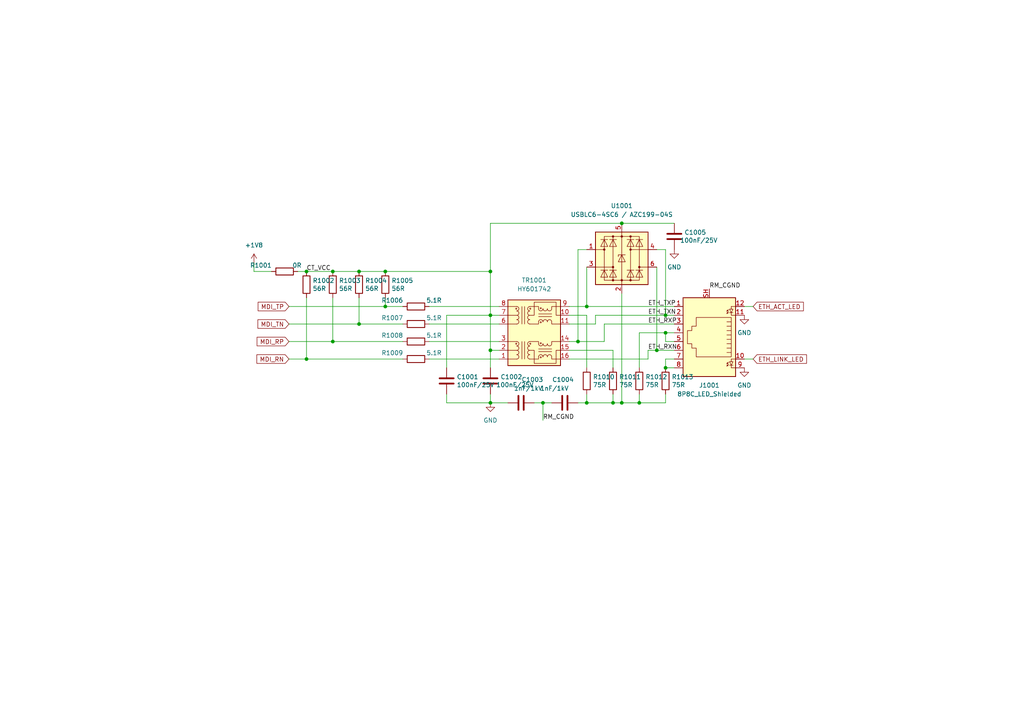
<source format=kicad_sch>
(kicad_sch (version 20210621) (generator eeschema)
  (paper "A4")
  (title_block (title "Lancer Mainboard") (date "2021-11-08") (rev "R0.1") (company "Copyright Modos 2021. / Engineer: Wenting Zhang") (comment 2 "MERCHANTABILITY, SATISFACTORY QUALITY AND FITNESS FOR A PARTICULAR PURPOSE.") (comment 3 "This source is distributed WITHOUT ANY EXPRESS OR IMPLIED WARRANTY, INCLUDING OF") (comment 4 "This source describes Open Hardware and is licensed under the CERN-OHL-S v2."))
  (lib_symbols
    (symbol "Connector:8P8C_LED_Shielded" (pin_names (offset 1.016))
      (property "Reference" "J" (at -5.08 13.97 0))
      (property "Value" "8P8C_LED_Shielded" (at 1.27 13.97 0))
      (symbol "8P8C_LED_Shielded_0_1"
        (rectangle (start 7.62 12.7) (end -7.62 -10.16) (stroke (width 0.254)) (fill (type background)))
        (polyline (pts (xy -7.62 -7.62) (xy -6.35 -7.62)))
        (polyline (pts (xy -7.62 -5.08) (xy -6.35 -5.08)))
        (polyline (pts (xy -7.62 7.62) (xy -6.35 7.62)))
        (polyline (pts (xy -7.62 10.16) (xy -6.35 10.16)))
        (polyline (pts (xy -6.858 -5.842) (xy -5.842 -5.842)))
        (polyline (pts (xy -6.858 9.398) (xy -5.842 9.398)))
        (polyline (pts (xy -6.35 -7.62) (xy -6.35 -6.858)))
        (polyline (pts (xy -6.35 -5.08) (xy -6.35 -5.842)))
        (polyline (pts (xy -6.35 7.62) (xy -6.35 8.382)))
        (polyline (pts (xy -6.35 10.16) (xy -6.35 9.398)))
        (polyline (pts (xy -5.08 -6.223) (xy -5.207 -6.604)))
        (polyline (pts (xy -5.08 -5.588) (xy -5.207 -5.969)))
        (polyline (pts (xy -5.08 4.445) (xy -6.35 4.445)))
        (polyline (pts (xy -5.08 5.715) (xy -6.35 5.715)))
        (polyline (pts (xy -5.08 9.017) (xy -5.207 8.636)))
        (polyline (pts (xy -5.08 9.652) (xy -5.207 9.271)))
        (polyline (pts (xy -6.35 -3.175) (xy -5.08 -3.175) (xy -5.08 -3.175)))
        (polyline (pts (xy -6.35 -1.905) (xy -5.08 -1.905) (xy -5.08 -1.905)))
        (polyline (pts (xy -6.35 -0.635) (xy -5.08 -0.635) (xy -5.08 -0.635)))
        (polyline (pts (xy -6.35 0.635) (xy -5.08 0.635) (xy -5.08 0.635)))
        (polyline (pts (xy -6.35 1.905) (xy -5.08 1.905) (xy -5.08 1.905)))
        (polyline (pts (xy -5.588 -6.731) (xy -5.08 -6.223) (xy -5.461 -6.35)))
        (polyline (pts (xy -5.588 -6.096) (xy -5.08 -5.588) (xy -5.461 -5.715)))
        (polyline (pts (xy -5.588 8.509) (xy -5.08 9.017) (xy -5.461 8.89)))
        (polyline (pts (xy -5.588 9.144) (xy -5.08 9.652) (xy -5.461 9.525)))
        (polyline (pts (xy -5.08 3.175) (xy -6.35 3.175) (xy -6.35 3.175)))
        (polyline (pts (xy -6.35 -5.842) (xy -6.858 -6.858) (xy -5.842 -6.858) (xy -6.35 -5.842)))
        (polyline (pts (xy -6.35 9.398) (xy -6.858 8.382) (xy -5.842 8.382) (xy -6.35 9.398)))
        (polyline (pts (xy -6.35 -4.445) (xy -6.35 6.985) (xy 3.81 6.985) (xy 3.81 4.445) (xy 5.08 4.445) (xy 5.08 3.175) (xy 6.35 3.175) (xy 6.35 -0.635) (xy 5.08 -0.635) (xy 5.08 -1.905) (xy 3.81 -1.905) (xy 3.81 -4.445) (xy -6.35 -4.445) (xy -6.35 -4.445)))
      )
      (symbol "8P8C_LED_Shielded_1_1"
        (pin passive line (at 10.16 -7.62 180) (length 2.54) (name "~") (number "1"))
        (pin passive line (at -10.16 7.62 0) (length 2.54) (name "~") (number "10"))
        (pin passive line (at -10.16 -5.08 0) (length 2.54) (name "~") (number "11"))
        (pin passive line (at -10.16 -7.62 0) (length 2.54) (name "~") (number "12"))
        (pin passive line (at 10.16 -5.08 180) (length 2.54) (name "~") (number "2"))
        (pin passive line (at 10.16 -2.54 180) (length 2.54) (name "~") (number "3"))
        (pin passive line (at 10.16 0 180) (length 2.54) (name "~") (number "4"))
        (pin passive line (at 10.16 2.54 180) (length 2.54) (name "~") (number "5"))
        (pin passive line (at 10.16 5.08 180) (length 2.54) (name "~") (number "6"))
        (pin passive line (at 10.16 7.62 180) (length 2.54) (name "~") (number "7"))
        (pin passive line (at 10.16 10.16 180) (length 2.54) (name "~") (number "8"))
        (pin passive line (at -10.16 10.16 0) (length 2.54) (name "~") (number "9"))
        (pin passive line (at 0 -12.7 90) (length 2.54) (name "~") (number "SH"))
      )
    )
    (symbol "Device:C" (pin_numbers hide) (pin_names (offset 0.254))
      (property "Reference" "C" (at 0.635 2.54 0))
      (property "Value" "C" (at 0.635 -2.54 0))
      (symbol "C_0_1"
        (polyline (pts (xy -2.032 -0.762) (xy 2.032 -0.762)) (stroke (width 0.508)))
        (polyline (pts (xy -2.032 0.762) (xy 2.032 0.762)) (stroke (width 0.508)))
      )
      (symbol "C_1_1"
        (pin passive line (at 0 3.81 270) (length 2.794) (name "~") (number "1"))
        (pin passive line (at 0 -3.81 90) (length 2.794) (name "~") (number "2"))
      )
    )
    (symbol "Device:R" (pin_numbers hide) (pin_names (offset 0))
      (property "Reference" "R" (at 2.032 0 90))
      (property "Value" "R" (at 0 0 90))
      (symbol "R_0_1"
        (rectangle (start -1.016 -2.54) (end 1.016 2.54) (stroke (width 0.254)))
      )
      (symbol "R_1_1"
        (pin passive line (at 0 3.81 270) (length 1.27) (name "~") (number "1"))
        (pin passive line (at 0 -3.81 90) (length 1.27) (name "~") (number "2"))
      )
    )
    (symbol "Power_Protection:USBLC6-4SC6" (pin_names hide)
      (property "Reference" "U" (at 2.54 8.89 0))
      (property "Value" "USBLC6-4SC6" (at 2.54 -8.89 0))
      (symbol "USBLC6-4SC6_0_1"
        (circle (center -5.08 2.54) (radius 0.254) (fill (type outline)))
        (circle (center -2.54 -6.35) (radius 0.254) (fill (type outline)))
        (circle (center -2.54 -2.54) (radius 0.254) (fill (type outline)))
        (circle (center -2.54 6.35) (radius 0.254) (fill (type outline)))
        (circle (center 0 -6.35) (radius 0.254) (fill (type outline)))
        (circle (center 0 6.35) (radius 0.254) (fill (type outline)))
        (circle (center 2.54 -6.35) (radius 0.254) (fill (type outline)))
        (circle (center 2.54 2.54) (radius 0.254) (fill (type outline)))
        (circle (center 2.54 6.35) (radius 0.254) (fill (type outline)))
        (circle (center 5.08 -2.54) (radius 0.254) (fill (type outline)))
        (rectangle (start -2.54 6.35) (end 2.54 -6.35))
        (rectangle (start -7.62 -7.62) (end 7.62 7.62) (stroke (width 0.254)) (fill (type background)))
        (polyline (pts (xy -5.08 2.54) (xy -7.62 2.54)))
        (polyline (pts (xy -4.064 -3.429) (xy -6.096 -3.429)))
        (polyline (pts (xy -4.064 5.461) (xy -6.096 5.461)))
        (polyline (pts (xy -2.54 -2.54) (xy -7.62 -2.54)))
        (polyline (pts (xy -1.524 -3.429) (xy -3.556 -3.429)))
        (polyline (pts (xy -1.524 5.461) (xy -3.556 5.461)))
        (polyline (pts (xy 0 -7.62) (xy 0 -6.35)))
        (polyline (pts (xy 0 -6.35) (xy 0 1.27)))
        (polyline (pts (xy 0 1.27) (xy 0 6.35)))
        (polyline (pts (xy 0 6.35) (xy 0 7.62)))
        (polyline (pts (xy 1.524 -3.429) (xy 3.556 -3.429)))
        (polyline (pts (xy 1.524 5.461) (xy 3.556 5.461)))
        (polyline (pts (xy 2.54 2.54) (xy 7.62 2.54)))
        (polyline (pts (xy 4.064 -3.429) (xy 6.096 -3.429)))
        (polyline (pts (xy 4.064 5.461) (xy 6.096 5.461)))
        (polyline (pts (xy 5.08 -2.54) (xy 7.62 -2.54)))
        (polyline (pts (xy -6.096 -5.461) (xy -4.064 -5.461) (xy -5.08 -3.429) (xy -6.096 -5.461)))
        (polyline (pts (xy -6.096 3.429) (xy -4.064 3.429) (xy -5.08 5.461) (xy -6.096 3.429)))
        (polyline (pts (xy -3.556 -5.461) (xy -1.524 -5.461) (xy -2.54 -3.429) (xy -3.556 -5.461)))
        (polyline (pts (xy -3.556 3.429) (xy -1.524 3.429) (xy -2.54 5.461) (xy -3.556 3.429)))
        (polyline (pts (xy -2.54 6.35) (xy -5.08 6.35) (xy -5.08 -6.35) (xy -2.54 -6.35)))
        (polyline (pts (xy -1.016 -1.016) (xy 1.016 -1.016) (xy 0 1.016) (xy -1.016 -1.016)))
        (polyline (pts (xy 1.016 1.016) (xy 0.762 1.016) (xy -1.016 1.016) (xy -1.016 0.508)))
        (polyline (pts (xy 2.54 6.35) (xy 5.08 6.35) (xy 5.08 -6.35) (xy 2.54 -6.35)))
        (polyline (pts (xy 3.556 -5.461) (xy 1.524 -5.461) (xy 2.54 -3.429) (xy 3.556 -5.461)))
        (polyline (pts (xy 3.556 3.429) (xy 1.524 3.429) (xy 2.54 5.461) (xy 3.556 3.429)))
        (polyline (pts (xy 6.096 -5.461) (xy 4.064 -5.461) (xy 5.08 -3.429) (xy 6.096 -5.461)))
        (polyline (pts (xy 6.096 3.429) (xy 4.064 3.429) (xy 5.08 5.461) (xy 6.096 3.429)))
      )
      (symbol "USBLC6-4SC6_1_1"
        (pin passive line (at -10.16 2.54 0) (length 2.54) (name "I/O1") (number "1"))
        (pin passive line (at 0 -10.16 90) (length 2.54) (name "GND") (number "2"))
        (pin passive line (at -10.16 -2.54 0) (length 2.54) (name "I/O2") (number "3"))
        (pin passive line (at 10.16 2.54 180) (length 2.54) (name "I/O3") (number "4"))
        (pin passive line (at 0 10.16 270) (length 2.54) (name "VBUS") (number "5"))
        (pin passive line (at 10.16 -2.54 180) (length 2.54) (name "I/O4") (number "6"))
      )
    )
    (symbol "Transformer:PT61017PEL" (pin_names hide)
      (property "Reference" "TR" (at 0 10.795 0))
      (property "Value" "PT61017PEL" (at 0 -10.795 0))
      (symbol "PT61017PEL_0_1"
        (arc (start -5.08 6.35) (end -5.08 7.62) (radius (at -5.08 6.985) (length 0.635) (angles -89.9 89.9)))
        (circle (center -5.207 6.985) (radius 0.1778))
        (rectangle (start -7.62 9.525) (end 7.62 -9.525) (stroke (width 0.254)) (fill (type background)))
        (polyline (pts (xy -5.08 2.54) (xy -7.62 2.54)))
        (polyline (pts (xy -5.08 5.08) (xy -7.62 5.08)))
        (polyline (pts (xy -5.08 7.62) (xy -7.62 7.62)))
        (polyline (pts (xy -3.556 -2.54) (xy -3.556 -7.62)))
        (polyline (pts (xy -3.556 2.54) (xy -3.556 7.62)))
        (polyline (pts (xy -2.794 -7.62) (xy -2.794 -2.54)))
        (polyline (pts (xy -2.794 7.62) (xy -2.794 2.54)))
        (polyline (pts (xy 1.27 4.699) (xy 5.08 4.699)))
        (polyline (pts (xy 1.27 5.461) (xy 5.08 5.461)))
        (polyline (pts (xy -1.27 2.54) (xy 1.27 2.54) (xy 1.27 3.175)))
        (polyline (pts (xy 1.27 6.985) (xy 1.27 7.62) (xy -1.27 7.62)))
        (polyline (pts (xy 5.08 3.175) (xy 5.08 2.54) (xy 7.62 2.54)))
        (polyline (pts (xy 5.08 6.985) (xy 5.08 7.62) (xy 7.62 7.62)))
        (polyline (pts (xy -1.27 5.08) (xy 0 5.08) (xy 0 8.89) (xy 6.35 8.89) (xy 6.35 5.08) (xy 7.62 5.08)))
      )
      (symbol "PT61017PEL_1_1"
        (arc (start -5.08 -7.62) (end -5.08 -6.35) (radius (at -5.08 -6.985) (length 0.635) (angles -89.9 89.9)))
        (arc (start -5.08 -6.35) (end -5.08 -5.08) (radius (at -5.08 -5.715) (length 0.635) (angles -89.9 89.9)))
        (arc (start -5.08 -5.08) (end -5.08 -3.81) (radius (at -5.08 -4.445) (length 0.635) (angles -89.9 89.9)))
        (arc (start -5.08 -3.81) (end -5.08 -2.54) (radius (at -5.08 -3.175) (length 0.635) (angles -89.9 89.9)))
        (arc (start -5.08 2.54) (end -5.08 3.81) (radius (at -5.08 3.175) (length 0.635) (angles -89.9 89.9)))
        (arc (start -5.08 3.81) (end -5.08 5.08) (radius (at -5.08 4.445) (length 0.635) (angles -89.9 89.9)))
        (arc (start -5.08 5.08) (end -5.08 6.35) (radius (at -5.08 5.715) (length 0.635) (angles -89.9 89.9)))
        (arc (start -1.27 -6.35) (end -1.27 -7.62) (radius (at -1.27 -6.985) (length 0.635) (angles 90.1 -90.1)))
        (arc (start -1.27 -5.08) (end -1.27 -6.35) (radius (at -1.27 -5.715) (length 0.635) (angles 90.1 -90.1)))
        (arc (start -1.27 -3.81) (end -1.27 -5.08) (radius (at -1.27 -4.445) (length 0.635) (angles 90.1 -90.1)))
        (arc (start -1.27 -2.54) (end -1.27 -3.81) (radius (at -1.27 -3.175) (length 0.635) (angles 90.1 -90.1)))
        (arc (start -1.27 3.81) (end -1.27 2.54) (radius (at -1.27 3.175) (length 0.635) (angles 90.1 -90.1)))
        (arc (start -1.27 5.08) (end -1.27 3.81) (radius (at -1.27 4.445) (length 0.635) (angles 90.1 -90.1)))
        (arc (start -1.27 6.35) (end -1.27 5.08) (radius (at -1.27 5.715) (length 0.635) (angles 90.1 -90.1)))
        (arc (start -1.27 7.62) (end -1.27 6.35) (radius (at -1.27 6.985) (length 0.635) (angles 90.1 -90.1)))
        (arc (start 2.54 -6.985) (end 1.27 -6.985) (radius (at 1.905 -6.985) (length 0.635) (angles 0.1 179.9)))
        (arc (start 1.27 -3.175) (end 2.54 -3.175) (radius (at 1.905 -3.175) (length 0.635) (angles -179.9 -0.1)))
        (arc (start 2.54 3.175) (end 1.27 3.175) (radius (at 1.905 3.175) (length 0.635) (angles 0.1 179.9)))
        (arc (start 1.27 6.985) (end 2.54 6.985) (radius (at 1.905 6.985) (length 0.635) (angles -179.9 -0.1)))
        (arc (start 3.81 -6.985) (end 2.54 -6.985) (radius (at 3.175 -6.985) (length 0.635) (angles 0.1 179.9)))
        (arc (start 2.54 -3.175) (end 3.81 -3.175) (radius (at 3.175 -3.175) (length 0.635) (angles -179.9 -0.1)))
        (arc (start 3.81 3.175) (end 2.54 3.175) (radius (at 3.175 3.175) (length 0.635) (angles 0.1 179.9)))
        (arc (start 2.54 6.985) (end 3.81 6.985) (radius (at 3.175 6.985) (length 0.635) (angles -179.9 -0.1)))
        (arc (start 5.08 -6.985) (end 3.81 -6.985) (radius (at 4.445 -6.985) (length 0.635) (angles 0.1 179.9)))
        (arc (start 3.81 -3.175) (end 5.08 -3.175) (radius (at 4.445 -3.175) (length 0.635) (angles -179.9 -0.1)))
        (arc (start 5.08 3.175) (end 3.81 3.175) (radius (at 4.445 3.175) (length 0.635) (angles 0.1 179.9)))
        (arc (start 3.81 6.985) (end 5.08 6.985) (radius (at 4.445 6.985) (length 0.635) (angles -179.9 -0.1)))
        (circle (center -5.207 -3.175) (radius 0.1778))
        (circle (center -1.143 -3.175) (radius 0.1778))
        (circle (center -1.143 6.985) (radius 0.1778))
        (circle (center 1.905 -7.112) (radius 0.1778))
        (circle (center 1.905 -3.048) (radius 0.1778))
        (circle (center 1.905 3.048) (radius 0.1778))
        (circle (center 1.905 7.112) (radius 0.1778))
        (polyline (pts (xy -5.08 -7.62) (xy -7.62 -7.62)))
        (polyline (pts (xy -5.08 -5.08) (xy -7.62 -5.08)))
        (polyline (pts (xy -5.08 -2.54) (xy -7.62 -2.54)))
        (polyline (pts (xy 1.27 -5.461) (xy 5.08 -5.461)))
        (polyline (pts (xy 1.27 -4.699) (xy 5.08 -4.699)))
        (polyline (pts (xy -1.27 -7.62) (xy 1.27 -7.62) (xy 1.27 -6.985)))
        (polyline (pts (xy 1.27 -3.175) (xy 1.27 -2.54) (xy -1.27 -2.54)))
        (polyline (pts (xy 5.08 -6.985) (xy 5.08 -7.62) (xy 7.62 -7.62)))
        (polyline (pts (xy 5.08 -3.175) (xy 5.08 -2.54) (xy 7.62 -2.54)))
        (polyline (pts (xy 7.62 -5.08) (xy 6.35 -5.08) (xy 6.35 -8.89) (xy 0 -8.89) (xy 0 -5.08) (xy -1.27 -5.08)))
        (pin passive line (at -10.16 -7.62 0) (length 2.54) (name "TD+") (number "1"))
        (pin passive line (at 10.16 5.08 180) (length 2.54) (name "C_RX") (number "10"))
        (pin passive line (at 10.16 2.54 180) (length 2.54) (name "RX+") (number "11"))
        (pin passive line (at 10.16 -2.54 180) (length 2.54) (name "TX-") (number "14"))
        (pin passive line (at 10.16 -5.08 180) (length 2.54) (name "C_TX") (number "15"))
        (pin passive line (at 10.16 -7.62 180) (length 2.54) (name "TX+") (number "16"))
        (pin passive line (at -10.16 -5.08 0) (length 2.54) (name "C_TD") (number "2"))
        (pin passive line (at -10.16 -2.54 0) (length 2.54) (name "TD-") (number "3"))
        (pin passive line (at -10.16 2.54 0) (length 2.54) (name "RD+") (number "6"))
        (pin passive line (at -10.16 5.08 0) (length 2.54) (name "C_RD") (number "7"))
        (pin passive line (at -10.16 7.62 0) (length 2.54) (name "RD-") (number "8"))
        (pin passive line (at 10.16 7.62 180) (length 2.54) (name "RX-") (number "9"))
      )
    )
    (symbol "power:+1V8" (power) (pin_names (offset 0))
      (property "Value" "+1V8" (at 0 3.556 0))
      (symbol "+1V8_0_1"
        (polyline (pts (xy -0.762 1.27) (xy 0 2.54)))
        (polyline (pts (xy 0 0) (xy 0 2.54)))
        (polyline (pts (xy 0 2.54) (xy 0.762 1.27)))
      )
      (symbol "+1V8_1_1"
        (pin power_in line (at 0 0 90) (length 0) hide (name "+1V8") (number "1"))
      )
    )
    (symbol "power:GND" (power) (pin_names (offset 0))
      (property "Value" "GND" (at 0 -3.81 0))
      (symbol "GND_0_1"
        (polyline (pts (xy 0 0) (xy 0 -1.27) (xy 1.27 -1.27) (xy 0 -2.54) (xy -1.27 -1.27) (xy 0 -1.27)))
      )
      (symbol "GND_1_1"
        (pin power_in line (at 0 0 270) (length 0) hide (name "GND") (number "1"))
      )
    )
  )
  (junction (at 88.9 78.74))
  (junction (at 88.9 104.14))
  (junction (at 96.52 78.74))
  (junction (at 96.52 99.06))
  (junction (at 104.14 78.74))
  (junction (at 104.14 93.98))
  (junction (at 111.76 78.74))
  (junction (at 111.76 88.9))
  (junction (at 142.24 78.74))
  (junction (at 142.24 91.44))
  (junction (at 142.24 101.6))
  (junction (at 142.24 116.84))
  (junction (at 157.48 116.84))
  (junction (at 167.64 99.06))
  (junction (at 170.18 88.9))
  (junction (at 170.18 116.84))
  (junction (at 177.8 116.84))
  (junction (at 180.34 64.77))
  (junction (at 180.34 116.84))
  (junction (at 185.42 116.84))
  (junction (at 190.5 101.6))
  (junction (at 193.04 91.44))
  (junction (at 193.04 96.52))
  (junction (at 193.04 106.68))
  (wire (pts (xy 73.66 76.2) (xy 73.66 78.74)))
  (wire (pts (xy 73.66 78.74) (xy 78.74 78.74)))
  (wire (pts (xy 83.82 88.9) (xy 111.76 88.9)))
  (wire (pts (xy 83.82 93.98) (xy 104.14 93.98)))
  (wire (pts (xy 83.82 99.06) (xy 96.52 99.06)))
  (wire (pts (xy 83.82 104.14) (xy 88.9 104.14)))
  (wire (pts (xy 86.36 78.74) (xy 88.9 78.74)))
  (wire (pts (xy 88.9 86.36) (xy 88.9 104.14)))
  (wire (pts (xy 88.9 104.14) (xy 116.84 104.14)))
  (wire (pts (xy 96.52 78.74) (xy 88.9 78.74)))
  (wire (pts (xy 96.52 86.36) (xy 96.52 99.06)))
  (wire (pts (xy 96.52 99.06) (xy 116.84 99.06)))
  (wire (pts (xy 104.14 78.74) (xy 96.52 78.74)))
  (wire (pts (xy 104.14 86.36) (xy 104.14 93.98)))
  (wire (pts (xy 104.14 93.98) (xy 116.84 93.98)))
  (wire (pts (xy 111.76 78.74) (xy 104.14 78.74)))
  (wire (pts (xy 111.76 86.36) (xy 111.76 88.9)))
  (wire (pts (xy 111.76 88.9) (xy 116.84 88.9)))
  (wire (pts (xy 124.46 88.9) (xy 144.78 88.9)))
  (wire (pts (xy 124.46 93.98) (xy 144.78 93.98)))
  (wire (pts (xy 124.46 99.06) (xy 144.78 99.06)))
  (wire (pts (xy 124.46 104.14) (xy 144.78 104.14)))
  (wire (pts (xy 129.54 91.44) (xy 142.24 91.44)))
  (wire (pts (xy 129.54 106.68) (xy 129.54 91.44)))
  (wire (pts (xy 129.54 114.3) (xy 129.54 116.84)))
  (wire (pts (xy 129.54 116.84) (xy 142.24 116.84)))
  (wire (pts (xy 142.24 64.77) (xy 142.24 78.74)))
  (wire (pts (xy 142.24 78.74) (xy 111.76 78.74)))
  (wire (pts (xy 142.24 91.44) (xy 142.24 78.74)))
  (wire (pts (xy 142.24 91.44) (xy 142.24 101.6)))
  (wire (pts (xy 142.24 91.44) (xy 144.78 91.44)))
  (wire (pts (xy 142.24 101.6) (xy 144.78 101.6)))
  (wire (pts (xy 142.24 106.68) (xy 142.24 101.6)))
  (wire (pts (xy 142.24 114.3) (xy 142.24 116.84)))
  (wire (pts (xy 142.24 116.84) (xy 147.32 116.84)))
  (wire (pts (xy 154.94 116.84) (xy 157.48 116.84)))
  (wire (pts (xy 157.48 116.84) (xy 157.48 121.92)))
  (wire (pts (xy 157.48 116.84) (xy 160.02 116.84)))
  (wire (pts (xy 165.1 88.9) (xy 170.18 88.9)))
  (wire (pts (xy 165.1 91.44) (xy 170.18 91.44)))
  (wire (pts (xy 165.1 93.98) (xy 172.72 93.98)))
  (wire (pts (xy 165.1 99.06) (xy 167.64 99.06)))
  (wire (pts (xy 165.1 101.6) (xy 177.8 101.6)))
  (wire (pts (xy 165.1 104.14) (xy 187.96 104.14)))
  (wire (pts (xy 167.64 72.39) (xy 167.64 99.06)))
  (wire (pts (xy 167.64 99.06) (xy 175.26 99.06)))
  (wire (pts (xy 167.64 116.84) (xy 170.18 116.84)))
  (wire (pts (xy 170.18 72.39) (xy 167.64 72.39)))
  (wire (pts (xy 170.18 77.47) (xy 170.18 88.9)))
  (wire (pts (xy 170.18 88.9) (xy 195.58 88.9)))
  (wire (pts (xy 170.18 91.44) (xy 170.18 106.68)))
  (wire (pts (xy 170.18 114.3) (xy 170.18 116.84)))
  (wire (pts (xy 170.18 116.84) (xy 177.8 116.84)))
  (wire (pts (xy 172.72 91.44) (xy 193.04 91.44)))
  (wire (pts (xy 172.72 93.98) (xy 172.72 91.44)))
  (wire (pts (xy 175.26 93.98) (xy 195.58 93.98)))
  (wire (pts (xy 175.26 99.06) (xy 175.26 93.98)))
  (wire (pts (xy 177.8 101.6) (xy 177.8 106.68)))
  (wire (pts (xy 177.8 114.3) (xy 177.8 116.84)))
  (wire (pts (xy 177.8 116.84) (xy 180.34 116.84)))
  (wire (pts (xy 180.34 64.77) (xy 142.24 64.77)))
  (wire (pts (xy 180.34 64.77) (xy 195.58 64.77)))
  (wire (pts (xy 180.34 85.09) (xy 180.34 116.84)))
  (wire (pts (xy 180.34 116.84) (xy 185.42 116.84)))
  (wire (pts (xy 185.42 96.52) (xy 193.04 96.52)))
  (wire (pts (xy 185.42 106.68) (xy 185.42 96.52)))
  (wire (pts (xy 185.42 114.3) (xy 185.42 116.84)))
  (wire (pts (xy 185.42 116.84) (xy 193.04 116.84)))
  (wire (pts (xy 187.96 101.6) (xy 190.5 101.6)))
  (wire (pts (xy 187.96 104.14) (xy 187.96 101.6)))
  (wire (pts (xy 190.5 72.39) (xy 193.04 72.39)))
  (wire (pts (xy 190.5 77.47) (xy 190.5 101.6)))
  (wire (pts (xy 190.5 101.6) (xy 195.58 101.6)))
  (wire (pts (xy 193.04 72.39) (xy 193.04 91.44)))
  (wire (pts (xy 193.04 91.44) (xy 195.58 91.44)))
  (wire (pts (xy 193.04 96.52) (xy 195.58 96.52)))
  (wire (pts (xy 193.04 99.06) (xy 193.04 96.52)))
  (wire (pts (xy 193.04 104.14) (xy 193.04 106.68)))
  (wire (pts (xy 193.04 104.14) (xy 195.58 104.14)))
  (wire (pts (xy 193.04 106.68) (xy 195.58 106.68)))
  (wire (pts (xy 193.04 116.84) (xy 193.04 114.3)))
  (wire (pts (xy 195.58 99.06) (xy 193.04 99.06)))
  (wire (pts (xy 215.9 88.9) (xy 218.44 88.9)))
  (wire (pts (xy 215.9 104.14) (xy 218.44 104.14)))
  (label "CT_VCC" (at 88.9 78.74 0))
  (label "RM_CGND" (at 157.48 121.92 0))
  (label "ETH_TXP" (at 187.96 88.9 0))
  (label "ETH_TXN" (at 187.96 91.44 0))
  (label "ETH_RXP" (at 187.96 93.98 0))
  (label "ETH_RXN" (at 187.96 101.6 0))
  (label "RM_CGND" (at 205.74 83.82 0))
  (global_label "MDI_TP" (shape input) (at 83.82 88.9 180) (property "Intersheet References" "${INTERSHEET_REFS}" (effects hide)))
  (global_label "MDI_TN" (shape input) (at 83.82 93.98 180) (property "Intersheet References" "${INTERSHEET_REFS}" (effects hide)))
  (global_label "MDI_RP" (shape input) (at 83.82 99.06 180) (property "Intersheet References" "${INTERSHEET_REFS}" (effects hide)))
  (global_label "MDI_RN" (shape input) (at 83.82 104.14 180) (property "Intersheet References" "${INTERSHEET_REFS}" (effects hide)))
  (global_label "ETH_ACT_LED" (shape input) (at 218.44 88.9 0) (property "Intersheet References" "${INTERSHEET_REFS}" (effects hide)))
  (global_label "ETH_LINK_LED" (shape input) (at 218.44 104.14 0) (property "Intersheet References" "${INTERSHEET_REFS}" (effects hide)))
  (symbol (lib_id "power:+1V8") (at 73.66 76.2 0) (unit 1)
    (property "Reference" "#PWR01001" (effects hide))
    (property "Value" "+1V8" (at 73.66 71.12 0))
  )
  (symbol (lib_id "power:GND") (at 142.24 116.84 0) (unit 1)
    (property "Reference" "#PWR01002" (effects hide))
    (property "Value" "GND" (at 142.24 121.92 0))
  )
  (symbol (lib_id "power:GND") (at 195.58 72.39 0) (unit 1)
    (property "Reference" "#PWR0122" (effects hide))
    (property "Value" "GND" (at 195.58 77.47 0))
  )
  (symbol (lib_id "power:GND") (at 215.9 91.44 0) (unit 1)
    (property "Reference" "#PWR01003" (effects hide))
    (property "Value" "GND" (at 215.9 96.52 0))
  )
  (symbol (lib_id "power:GND") (at 215.9 106.68 0) (unit 1)
    (property "Reference" "#PWR01004" (effects hide))
    (property "Value" "GND" (at 215.9 111.76 0))
  )
  (symbol (lib_id "Device:R") (at 82.55 78.74 90) (unit 1)
    (property "Reference" "R1001" (at 78.8416 76.962 90) (effects (justify left)))
    (property "Value" "0R" (at 87.503 76.962 90) (effects (justify left)))
    (property "Footprint" "Resistor_SMD:R_0402_1005Metric" (effects hide))
    (property "LCSC" "C60485" (effects hide))
    (property "Ref.Price" "0.0008" (effects hide))
  )
  (symbol (lib_id "Device:R") (at 88.9 82.55 0) (unit 1)
    (property "Reference" "R1002" (at 90.678 81.3816 0) (effects (justify left)))
    (property "Value" "56R" (at 90.678 83.693 0) (effects (justify left)))
    (property "Footprint" "Resistor_SMD:R_0402_1005Metric" (effects hide))
    (property "LCSC" "C137857" (effects hide))
    (property "Ref.Price" "0.0007" (effects hide))
  )
  (symbol (lib_id "Device:R") (at 96.52 82.55 0) (unit 1)
    (property "Reference" "R1003" (at 98.298 81.3816 0) (effects (justify left)))
    (property "Value" "56R" (at 98.298 83.693 0) (effects (justify left)))
    (property "Footprint" "Resistor_SMD:R_0402_1005Metric" (effects hide))
    (property "LCSC" "C137857" (effects hide))
    (property "Ref.Price" "0.0007" (effects hide))
  )
  (symbol (lib_id "Device:R") (at 104.14 82.55 0) (unit 1)
    (property "Reference" "R1004" (at 105.918 81.3816 0) (effects (justify left)))
    (property "Value" "56R" (at 105.918 83.693 0) (effects (justify left)))
    (property "Footprint" "Resistor_SMD:R_0402_1005Metric" (effects hide))
    (property "LCSC" "C137857" (effects hide))
    (property "Ref.Price" "0.0007" (effects hide))
  )
  (symbol (lib_id "Device:R") (at 111.76 82.55 0) (unit 1)
    (property "Reference" "R1005" (at 113.538 81.3816 0) (effects (justify left)))
    (property "Value" "56R" (at 113.538 83.693 0) (effects (justify left)))
    (property "Footprint" "Resistor_SMD:R_0402_1005Metric" (effects hide))
    (property "LCSC" "C137857" (effects hide))
    (property "Ref.Price" "0.0007" (effects hide))
  )
  (symbol (lib_id "Device:R") (at 120.65 88.9 90) (unit 1)
    (property "Reference" "R1006" (at 116.9416 87.122 90) (effects (justify left)))
    (property "Value" "5.1R" (at 128.143 87.122 90) (effects (justify left)))
    (property "Footprint" "Resistor_SMD:R_0402_1005Metric" (effects hide))
    (property "LCSC" "C137853" (effects hide))
    (property "Ref.Price" "0.0012" (effects hide))
  )
  (symbol (lib_id "Device:R") (at 120.65 93.98 90) (unit 1)
    (property "Reference" "R1007" (at 116.9416 92.202 90) (effects (justify left)))
    (property "Value" "5.1R" (at 128.143 92.202 90) (effects (justify left)))
    (property "Footprint" "Resistor_SMD:R_0402_1005Metric" (effects hide))
    (property "LCSC" "C137853" (effects hide))
    (property "Ref.Price" "0.0012" (effects hide))
  )
  (symbol (lib_id "Device:R") (at 120.65 99.06 90) (unit 1)
    (property "Reference" "R1008" (at 116.9416 97.282 90) (effects (justify left)))
    (property "Value" "5.1R" (at 128.143 97.282 90) (effects (justify left)))
    (property "Footprint" "Resistor_SMD:R_0402_1005Metric" (effects hide))
    (property "LCSC" "C137853" (effects hide))
    (property "Ref.Price" "0.0012" (effects hide))
  )
  (symbol (lib_id "Device:R") (at 120.65 104.14 90) (unit 1)
    (property "Reference" "R1009" (at 116.9416 102.362 90) (effects (justify left)))
    (property "Value" "5.1R" (at 128.143 102.362 90) (effects (justify left)))
    (property "Footprint" "Resistor_SMD:R_0402_1005Metric" (effects hide))
    (property "LCSC" "C137853" (effects hide))
    (property "Ref.Price" "0.0012" (effects hide))
  )
  (symbol (lib_id "Device:R") (at 170.18 110.49 0) (unit 1)
    (property "Reference" "R1010" (at 171.958 109.3216 0) (effects (justify left)))
    (property "Value" "75R" (at 171.958 111.633 0) (effects (justify left)))
    (property "Footprint" "Resistor_SMD:R_0402_1005Metric" (effects hide))
    (property "LCSC" "C137841" (effects hide))
    (property "Ref.Price" "0.0016" (effects hide))
  )
  (symbol (lib_id "Device:R") (at 177.8 110.49 0) (unit 1)
    (property "Reference" "R1011" (at 179.578 109.3216 0) (effects (justify left)))
    (property "Value" "75R" (at 179.578 111.633 0) (effects (justify left)))
    (property "Footprint" "Resistor_SMD:R_0402_1005Metric" (effects hide))
    (property "LCSC" "C137841" (effects hide))
    (property "Ref.Price" "0.0016" (effects hide))
  )
  (symbol (lib_id "Device:R") (at 185.42 110.49 0) (unit 1)
    (property "Reference" "R1012" (at 187.198 109.3216 0) (effects (justify left)))
    (property "Value" "75R" (at 187.198 111.633 0) (effects (justify left)))
    (property "Footprint" "Resistor_SMD:R_0402_1005Metric" (effects hide))
    (property "LCSC" "C137841" (effects hide))
    (property "Ref.Price" "0.0016" (effects hide))
  )
  (symbol (lib_id "Device:R") (at 193.04 110.49 0) (unit 1)
    (property "Reference" "R1013" (at 194.818 109.3216 0) (effects (justify left)))
    (property "Value" "75R" (at 194.818 111.633 0) (effects (justify left)))
    (property "Footprint" "Resistor_SMD:R_0402_1005Metric" (effects hide))
    (property "LCSC" "C137841" (effects hide))
    (property "Ref.Price" "0.0016" (effects hide))
  )
  (symbol (lib_id "Device:C") (at 129.54 110.49 0) (unit 1)
    (property "Reference" "C1001" (at 132.461 109.3216 0) (effects (justify left)))
    (property "Value" "100nF/25V" (at 132.461 111.633 0) (effects (justify left)))
    (property "Footprint" "Capacitor_SMD:C_0402_1005Metric" (effects hide))
    (property "LCSC" "C56392" (effects hide))
    (property "Ref.Price" "0.0023" (effects hide))
  )
  (symbol (lib_id "Device:C") (at 142.24 110.49 0) (unit 1)
    (property "Reference" "C1002" (at 145.161 109.3216 0) (effects (justify left)))
    (property "Value" "100nF/25V" (at 143.891 111.633 0) (effects (justify left)))
    (property "Footprint" "Capacitor_SMD:C_0402_1005Metric" (effects hide))
    (property "LCSC" "C56392" (effects hide))
    (property "Ref.Price" "0.0023" (effects hide))
  )
  (symbol (lib_id "Device:C") (at 151.13 116.84 90) (unit 1)
    (property "Reference" "C1003" (at 157.5816 110.109 90) (effects (justify left)))
    (property "Value" "1nF/1kV" (at 157.353 112.649 90) (effects (justify left)))
    (property "Footprint" "Capacitor_SMD:C_1206_3216Metric" (effects hide))
    (property "LCSC" "C2687445" (effects hide))
    (property "Ref.Price" "0.0162" (effects hide))
  )
  (symbol (lib_id "Device:C") (at 163.83 116.84 90) (unit 1)
    (property "Reference" "C1004" (at 166.4716 110.109 90) (effects (justify left)))
    (property "Value" "1nF/1kV" (at 164.973 112.649 90) (effects (justify left)))
    (property "Footprint" "Capacitor_SMD:C_1206_3216Metric" (effects hide))
    (property "LCSC" "C2687445" (effects hide))
    (property "Ref.Price" "0.0162" (effects hide))
  )
  (symbol (lib_id "Device:C") (at 195.58 68.58 0) (unit 1)
    (property "Reference" "C1005" (at 198.501 67.4116 0) (effects (justify left)))
    (property "Value" "100nF/25V" (at 197.231 69.723 0) (effects (justify left)))
    (property "Footprint" "Capacitor_SMD:C_0402_1005Metric" (effects hide))
    (property "LCSC" "C56392" (effects hide))
    (property "Ref.Price" "0.0023" (effects hide))
  )
  (symbol (lib_id "Transformer:PT61017PEL") (at 154.94 96.52 0) (unit 1)
    (property "Reference" "TR1001" (at 154.94 81.28 0))
    (property "Value" "HY601742" (at 154.94 83.82 0))
    (property "Footprint" "Transformer_SMD:Transformer_Ethernet_Bourns_PT61017PEL" (effects hide))
    (property "Datasheet" "https://www.bourns.com/docs/Product-Datasheets/PT61017PEL.pdf" (effects hide))
    (property "LCSC" "C55684" (effects hide))
    (property "Ref.Price" "0.8151" (effects hide))
  )
  (symbol (lib_id "Power_Protection:USBLC6-4SC6") (at 180.34 74.93 0) (unit 1)
    (property "Reference" "U1001" (at 180.34 59.69 0))
    (property "Value" "USBLC6-4SC6 / AZC199-04S" (at 180.34 62.23 0))
    (property "Footprint" "Package_TO_SOT_SMD:SOT-23-6" (effects hide))
    (property "Datasheet" "https://www.st.com/resource/en/datasheet/usblc6-4.pdf" (effects hide))
    (property "LCSC" "C558419" (effects hide))
    (property "Ref.Price" "0.06" (effects hide))
  )
  (symbol (lib_id "Connector:8P8C_LED_Shielded") (at 205.74 96.52 180) (unit 1)
    (property "Reference" "J1001" (at 205.74 111.76 0))
    (property "Value" "8P8C_LED_Shielded" (at 205.74 114.3 0))
    (property "Footprint" "footprints:KH_RCHSP32_8P8C-D" (effects hide))
    (property "LCSC" "C2828084" (effects hide))
    (property "Ref.Price" "0.4074" (effects hide))
  )
)
</source>
